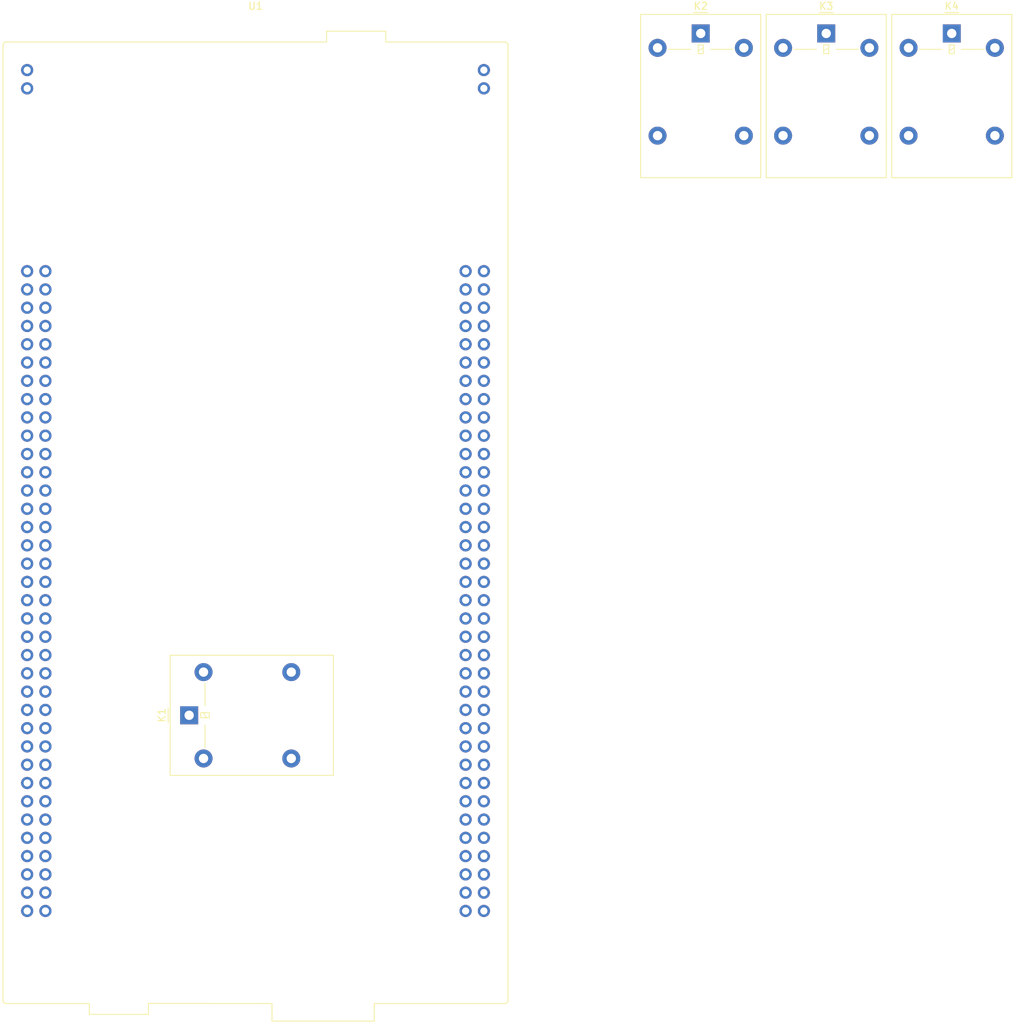
<source format=kicad_pcb>
(kicad_pcb (version 20171130) (host pcbnew 5.0-dev-unknown-322ce84~61~ubuntu16.04.1)

  (general
    (thickness 1.6)
    (drawings 0)
    (tracks 0)
    (zones 0)
    (modules 5)
    (nets 165)
  )

  (page A4)
  (layers
    (0 F.Cu signal)
    (31 B.Cu signal)
    (32 B.Adhes user)
    (33 F.Adhes user)
    (34 B.Paste user)
    (35 F.Paste user)
    (36 B.SilkS user)
    (37 F.SilkS user)
    (38 B.Mask user)
    (39 F.Mask user)
    (40 Dwgs.User user)
    (41 Cmts.User user)
    (42 Eco1.User user)
    (43 Eco2.User user)
    (44 Edge.Cuts user)
    (45 Margin user)
    (46 B.CrtYd user)
    (47 F.CrtYd user)
    (48 B.Fab user)
    (49 F.Fab user)
  )

  (setup
    (last_trace_width 0.25)
    (trace_clearance 0.2)
    (zone_clearance 0.508)
    (zone_45_only no)
    (trace_min 0.2)
    (segment_width 0.2)
    (edge_width 0.15)
    (via_size 0.8)
    (via_drill 0.4)
    (via_min_size 0.4)
    (via_min_drill 0.3)
    (uvia_size 0.3)
    (uvia_drill 0.1)
    (uvias_allowed no)
    (uvia_min_size 0.2)
    (uvia_min_drill 0.1)
    (pcb_text_width 0.3)
    (pcb_text_size 1.5 1.5)
    (mod_edge_width 0.15)
    (mod_text_size 1 1)
    (mod_text_width 0.15)
    (pad_size 1.524 1.524)
    (pad_drill 0.762)
    (pad_to_mask_clearance 0.2)
    (aux_axis_origin 0 0)
    (visible_elements FFFFFF7F)
    (pcbplotparams
      (layerselection 0x010fc_ffffffff)
      (usegerberextensions false)
      (usegerberattributes false)
      (usegerberadvancedattributes false)
      (creategerberjobfile false)
      (excludeedgelayer true)
      (linewidth 0.100000)
      (plotframeref false)
      (viasonmask false)
      (mode 1)
      (useauxorigin false)
      (hpglpennumber 1)
      (hpglpenspeed 20)
      (hpglpendiameter 15)
      (psnegative false)
      (psa4output false)
      (plotreference true)
      (plotvalue true)
      (plotinvisibletext false)
      (padsonsilk false)
      (subtractmaskfromsilk false)
      (outputformat 1)
      (mirror false)
      (drillshape 1)
      (scaleselection 1)
      (outputdirectory ""))
  )

  (net 0 "")
  (net 1 "Net-(K1-Pad5)")
  (net 2 "Net-(K1-Pad4)")
  (net 3 "Net-(K1-Pad3)")
  (net 4 "Net-(K1-Pad2)")
  (net 5 "Net-(K1-Pad1)")
  (net 6 "Net-(K2-Pad1)")
  (net 7 "Net-(K2-Pad2)")
  (net 8 "Net-(K2-Pad3)")
  (net 9 "Net-(K2-Pad4)")
  (net 10 "Net-(K2-Pad5)")
  (net 11 "Net-(K3-Pad1)")
  (net 12 "Net-(K3-Pad2)")
  (net 13 "Net-(K3-Pad3)")
  (net 14 "Net-(K3-Pad4)")
  (net 15 "Net-(K3-Pad5)")
  (net 16 "Net-(K4-Pad5)")
  (net 17 "Net-(K4-Pad4)")
  (net 18 "Net-(K4-Pad3)")
  (net 19 "Net-(K4-Pad2)")
  (net 20 "Net-(K4-Pad1)")
  (net 21 "Net-(U1-Pad1)")
  (net 22 "Net-(U1-Pad2)")
  (net 23 "Net-(U1-Pad3)")
  (net 24 "Net-(U1-Pad4)")
  (net 25 "Net-(U1-Pad5)")
  (net 26 "Net-(U1-Pad6)")
  (net 27 "Net-(U1-Pad7)")
  (net 28 "Net-(U1-Pad8)")
  (net 29 "Net-(U1-Pad9)")
  (net 30 "Net-(U1-Pad10)")
  (net 31 "Net-(U1-Pad11)")
  (net 32 "Net-(U1-Pad12)")
  (net 33 "Net-(U1-Pad13)")
  (net 34 "Net-(U1-Pad14)")
  (net 35 "Net-(U1-Pad15)")
  (net 36 "Net-(U1-Pad16)")
  (net 37 "Net-(U1-Pad17)")
  (net 38 "Net-(U1-Pad18)")
  (net 39 "Net-(U1-Pad19)")
  (net 40 "Net-(U1-Pad20)")
  (net 41 "Net-(U1-Pad21)")
  (net 42 "Net-(U1-Pad22)")
  (net 43 "Net-(U1-Pad23)")
  (net 44 "Net-(U1-Pad24)")
  (net 45 "Net-(U1-Pad25)")
  (net 46 "Net-(U1-Pad26)")
  (net 47 "Net-(U1-Pad27)")
  (net 48 "Net-(U1-Pad28)")
  (net 49 "Net-(U1-Pad29)")
  (net 50 "Net-(U1-Pad30)")
  (net 51 "Net-(U1-Pad31)")
  (net 52 "Net-(U1-Pad32)")
  (net 53 "Net-(U1-Pad33)")
  (net 54 "Net-(U1-Pad34)")
  (net 55 "Net-(U1-Pad35)")
  (net 56 "Net-(U1-Pad36)")
  (net 57 "Net-(U1-Pad37)")
  (net 58 "Net-(U1-Pad38)")
  (net 59 "Net-(U1-Pad39)")
  (net 60 "Net-(U1-Pad40)")
  (net 61 "Net-(U1-Pad41)")
  (net 62 "Net-(U1-Pad42)")
  (net 63 "Net-(U1-Pad43)")
  (net 64 "Net-(U1-Pad44)")
  (net 65 "Net-(U1-Pad45)")
  (net 66 "Net-(U1-Pad46)")
  (net 67 "Net-(U1-Pad47)")
  (net 68 "Net-(U1-Pad48)")
  (net 69 "Net-(U1-Pad49)")
  (net 70 "Net-(U1-Pad50)")
  (net 71 "Net-(U1-Pad51)")
  (net 72 "Net-(U1-Pad52)")
  (net 73 "Net-(U1-Pad53)")
  (net 74 "Net-(U1-Pad54)")
  (net 75 "Net-(U1-Pad55)")
  (net 76 "Net-(U1-Pad56)")
  (net 77 "Net-(U1-Pad57)")
  (net 78 "Net-(U1-Pad58)")
  (net 79 "Net-(U1-Pad59)")
  (net 80 "Net-(U1-Pad60)")
  (net 81 "Net-(U1-Pad61)")
  (net 82 "Net-(U1-Pad62)")
  (net 83 "Net-(U1-Pad63)")
  (net 84 "Net-(U1-Pad64)")
  (net 85 "Net-(U1-Pad65)")
  (net 86 "Net-(U1-Pad66)")
  (net 87 "Net-(U1-Pad67)")
  (net 88 "Net-(U1-Pad68)")
  (net 89 "Net-(U1-Pad69)")
  (net 90 "Net-(U1-Pad70)")
  (net 91 "Net-(U1-Pad71)")
  (net 92 "Net-(U1-Pad72)")
  (net 93 "Net-(U1-Pad73)")
  (net 94 "Net-(U1-Pad74)")
  (net 95 "Net-(U1-Pad75)")
  (net 96 "Net-(U1-Pad76)")
  (net 97 "Net-(U1-Pad77)")
  (net 98 "Net-(U1-Pad78)")
  (net 99 "Net-(U1-Pad79)")
  (net 100 "Net-(U1-Pad80)")
  (net 101 "Net-(U1-Pad81)")
  (net 102 "Net-(U1-Pad82)")
  (net 103 "Net-(U1-Pad83)")
  (net 104 "Net-(U1-Pad84)")
  (net 105 "Net-(U1-Pad85)")
  (net 106 "Net-(U1-Pad86)")
  (net 107 "Net-(U1-Pad87)")
  (net 108 "Net-(U1-Pad88)")
  (net 109 "Net-(U1-Pad89)")
  (net 110 "Net-(U1-Pad90)")
  (net 111 "Net-(U1-Pad91)")
  (net 112 "Net-(U1-Pad92)")
  (net 113 "Net-(U1-Pad93)")
  (net 114 "Net-(U1-Pad94)")
  (net 115 "Net-(U1-Pad95)")
  (net 116 "Net-(U1-Pad96)")
  (net 117 "Net-(U1-Pad97)")
  (net 118 "Net-(U1-Pad98)")
  (net 119 "Net-(U1-Pad99)")
  (net 120 "Net-(U1-Pad100)")
  (net 121 "Net-(U1-Pad101)")
  (net 122 "Net-(U1-Pad102)")
  (net 123 "Net-(U1-Pad103)")
  (net 124 "Net-(U1-Pad104)")
  (net 125 "Net-(U1-Pad105)")
  (net 126 "Net-(U1-Pad106)")
  (net 127 "Net-(U1-Pad107)")
  (net 128 "Net-(U1-Pad108)")
  (net 129 "Net-(U1-Pad109)")
  (net 130 "Net-(U1-Pad110)")
  (net 131 "Net-(U1-Pad111)")
  (net 132 "Net-(U1-Pad112)")
  (net 133 "Net-(U1-Pad113)")
  (net 134 "Net-(U1-Pad114)")
  (net 135 "Net-(U1-Pad115)")
  (net 136 "Net-(U1-Pad116)")
  (net 137 "Net-(U1-Pad117)")
  (net 138 "Net-(U1-Pad118)")
  (net 139 "Net-(U1-Pad119)")
  (net 140 "Net-(U1-Pad120)")
  (net 141 "Net-(U1-Pad121)")
  (net 142 "Net-(U1-Pad122)")
  (net 143 "Net-(U1-Pad123)")
  (net 144 "Net-(U1-Pad124)")
  (net 145 "Net-(U1-Pad125)")
  (net 146 "Net-(U1-Pad126)")
  (net 147 "Net-(U1-Pad127)")
  (net 148 "Net-(U1-Pad128)")
  (net 149 "Net-(U1-Pad129)")
  (net 150 "Net-(U1-Pad130)")
  (net 151 "Net-(U1-Pad131)")
  (net 152 "Net-(U1-Pad132)")
  (net 153 "Net-(U1-Pad133)")
  (net 154 "Net-(U1-Pad134)")
  (net 155 "Net-(U1-Pad135)")
  (net 156 "Net-(U1-Pad136)")
  (net 157 "Net-(U1-Pad137)")
  (net 158 "Net-(U1-Pad138)")
  (net 159 "Net-(U1-Pad139)")
  (net 160 "Net-(U1-Pad140)")
  (net 161 "Net-(U1-Pad141)")
  (net 162 "Net-(U1-Pad142)")
  (net 163 "Net-(U1-Pad143)")
  (net 164 "Net-(U1-Pad144)")

  (net_class Default "This is the default net class."
    (clearance 0.2)
    (trace_width 0.25)
    (via_dia 0.8)
    (via_drill 0.4)
    (uvia_dia 0.3)
    (uvia_drill 0.1)
    (add_net "Net-(K1-Pad1)")
    (add_net "Net-(K1-Pad2)")
    (add_net "Net-(K1-Pad3)")
    (add_net "Net-(K1-Pad4)")
    (add_net "Net-(K1-Pad5)")
    (add_net "Net-(K2-Pad1)")
    (add_net "Net-(K2-Pad2)")
    (add_net "Net-(K2-Pad3)")
    (add_net "Net-(K2-Pad4)")
    (add_net "Net-(K2-Pad5)")
    (add_net "Net-(K3-Pad1)")
    (add_net "Net-(K3-Pad2)")
    (add_net "Net-(K3-Pad3)")
    (add_net "Net-(K3-Pad4)")
    (add_net "Net-(K3-Pad5)")
    (add_net "Net-(K4-Pad1)")
    (add_net "Net-(K4-Pad2)")
    (add_net "Net-(K4-Pad3)")
    (add_net "Net-(K4-Pad4)")
    (add_net "Net-(K4-Pad5)")
    (add_net "Net-(U1-Pad1)")
    (add_net "Net-(U1-Pad10)")
    (add_net "Net-(U1-Pad100)")
    (add_net "Net-(U1-Pad101)")
    (add_net "Net-(U1-Pad102)")
    (add_net "Net-(U1-Pad103)")
    (add_net "Net-(U1-Pad104)")
    (add_net "Net-(U1-Pad105)")
    (add_net "Net-(U1-Pad106)")
    (add_net "Net-(U1-Pad107)")
    (add_net "Net-(U1-Pad108)")
    (add_net "Net-(U1-Pad109)")
    (add_net "Net-(U1-Pad11)")
    (add_net "Net-(U1-Pad110)")
    (add_net "Net-(U1-Pad111)")
    (add_net "Net-(U1-Pad112)")
    (add_net "Net-(U1-Pad113)")
    (add_net "Net-(U1-Pad114)")
    (add_net "Net-(U1-Pad115)")
    (add_net "Net-(U1-Pad116)")
    (add_net "Net-(U1-Pad117)")
    (add_net "Net-(U1-Pad118)")
    (add_net "Net-(U1-Pad119)")
    (add_net "Net-(U1-Pad12)")
    (add_net "Net-(U1-Pad120)")
    (add_net "Net-(U1-Pad121)")
    (add_net "Net-(U1-Pad122)")
    (add_net "Net-(U1-Pad123)")
    (add_net "Net-(U1-Pad124)")
    (add_net "Net-(U1-Pad125)")
    (add_net "Net-(U1-Pad126)")
    (add_net "Net-(U1-Pad127)")
    (add_net "Net-(U1-Pad128)")
    (add_net "Net-(U1-Pad129)")
    (add_net "Net-(U1-Pad13)")
    (add_net "Net-(U1-Pad130)")
    (add_net "Net-(U1-Pad131)")
    (add_net "Net-(U1-Pad132)")
    (add_net "Net-(U1-Pad133)")
    (add_net "Net-(U1-Pad134)")
    (add_net "Net-(U1-Pad135)")
    (add_net "Net-(U1-Pad136)")
    (add_net "Net-(U1-Pad137)")
    (add_net "Net-(U1-Pad138)")
    (add_net "Net-(U1-Pad139)")
    (add_net "Net-(U1-Pad14)")
    (add_net "Net-(U1-Pad140)")
    (add_net "Net-(U1-Pad141)")
    (add_net "Net-(U1-Pad142)")
    (add_net "Net-(U1-Pad143)")
    (add_net "Net-(U1-Pad144)")
    (add_net "Net-(U1-Pad15)")
    (add_net "Net-(U1-Pad16)")
    (add_net "Net-(U1-Pad17)")
    (add_net "Net-(U1-Pad18)")
    (add_net "Net-(U1-Pad19)")
    (add_net "Net-(U1-Pad2)")
    (add_net "Net-(U1-Pad20)")
    (add_net "Net-(U1-Pad21)")
    (add_net "Net-(U1-Pad22)")
    (add_net "Net-(U1-Pad23)")
    (add_net "Net-(U1-Pad24)")
    (add_net "Net-(U1-Pad25)")
    (add_net "Net-(U1-Pad26)")
    (add_net "Net-(U1-Pad27)")
    (add_net "Net-(U1-Pad28)")
    (add_net "Net-(U1-Pad29)")
    (add_net "Net-(U1-Pad3)")
    (add_net "Net-(U1-Pad30)")
    (add_net "Net-(U1-Pad31)")
    (add_net "Net-(U1-Pad32)")
    (add_net "Net-(U1-Pad33)")
    (add_net "Net-(U1-Pad34)")
    (add_net "Net-(U1-Pad35)")
    (add_net "Net-(U1-Pad36)")
    (add_net "Net-(U1-Pad37)")
    (add_net "Net-(U1-Pad38)")
    (add_net "Net-(U1-Pad39)")
    (add_net "Net-(U1-Pad4)")
    (add_net "Net-(U1-Pad40)")
    (add_net "Net-(U1-Pad41)")
    (add_net "Net-(U1-Pad42)")
    (add_net "Net-(U1-Pad43)")
    (add_net "Net-(U1-Pad44)")
    (add_net "Net-(U1-Pad45)")
    (add_net "Net-(U1-Pad46)")
    (add_net "Net-(U1-Pad47)")
    (add_net "Net-(U1-Pad48)")
    (add_net "Net-(U1-Pad49)")
    (add_net "Net-(U1-Pad5)")
    (add_net "Net-(U1-Pad50)")
    (add_net "Net-(U1-Pad51)")
    (add_net "Net-(U1-Pad52)")
    (add_net "Net-(U1-Pad53)")
    (add_net "Net-(U1-Pad54)")
    (add_net "Net-(U1-Pad55)")
    (add_net "Net-(U1-Pad56)")
    (add_net "Net-(U1-Pad57)")
    (add_net "Net-(U1-Pad58)")
    (add_net "Net-(U1-Pad59)")
    (add_net "Net-(U1-Pad6)")
    (add_net "Net-(U1-Pad60)")
    (add_net "Net-(U1-Pad61)")
    (add_net "Net-(U1-Pad62)")
    (add_net "Net-(U1-Pad63)")
    (add_net "Net-(U1-Pad64)")
    (add_net "Net-(U1-Pad65)")
    (add_net "Net-(U1-Pad66)")
    (add_net "Net-(U1-Pad67)")
    (add_net "Net-(U1-Pad68)")
    (add_net "Net-(U1-Pad69)")
    (add_net "Net-(U1-Pad7)")
    (add_net "Net-(U1-Pad70)")
    (add_net "Net-(U1-Pad71)")
    (add_net "Net-(U1-Pad72)")
    (add_net "Net-(U1-Pad73)")
    (add_net "Net-(U1-Pad74)")
    (add_net "Net-(U1-Pad75)")
    (add_net "Net-(U1-Pad76)")
    (add_net "Net-(U1-Pad77)")
    (add_net "Net-(U1-Pad78)")
    (add_net "Net-(U1-Pad79)")
    (add_net "Net-(U1-Pad8)")
    (add_net "Net-(U1-Pad80)")
    (add_net "Net-(U1-Pad81)")
    (add_net "Net-(U1-Pad82)")
    (add_net "Net-(U1-Pad83)")
    (add_net "Net-(U1-Pad84)")
    (add_net "Net-(U1-Pad85)")
    (add_net "Net-(U1-Pad86)")
    (add_net "Net-(U1-Pad87)")
    (add_net "Net-(U1-Pad88)")
    (add_net "Net-(U1-Pad89)")
    (add_net "Net-(U1-Pad9)")
    (add_net "Net-(U1-Pad90)")
    (add_net "Net-(U1-Pad91)")
    (add_net "Net-(U1-Pad92)")
    (add_net "Net-(U1-Pad93)")
    (add_net "Net-(U1-Pad94)")
    (add_net "Net-(U1-Pad95)")
    (add_net "Net-(U1-Pad96)")
    (add_net "Net-(U1-Pad97)")
    (add_net "Net-(U1-Pad98)")
    (add_net "Net-(U1-Pad99)")
  )

  (module Relay_THT:Relay_SPDT_OMRON-G5LE-1 (layer F.Cu) (tedit 59A98DAB) (tstamp 5A9611C3)
    (at 26.5 99.5 90)
    (descr "Omron Relay SPDT, http://www.omron.com/ecb/products/pdf/en-g5le.pdf")
    (tags "Omron Relay SPDT")
    (path /5A89EED7)
    (fp_text reference K1 (at 0 -3.8 90) (layer F.SilkS)
      (effects (font (size 1 1) (thickness 0.15)))
    )
    (fp_text value G5LE-1 (at 0 20.95 90) (layer F.Fab)
      (effects (font (size 1 1) (thickness 0.15)))
    )
    (fp_text user %R (at -7.5 4 90) (layer F.Fab)
      (effects (font (size 1 1) (thickness 0.15)))
    )
    (fp_line (start -8.5 20.2) (end 8.5 20.2) (layer F.CrtYd) (width 0.05))
    (fp_line (start -8.5 -2.8) (end -8.5 20.2) (layer F.CrtYd) (width 0.05))
    (fp_line (start 8.5 -2.8) (end -8.5 -2.8) (layer F.CrtYd) (width 0.05))
    (fp_line (start 8.5 20.2) (end 8.5 -2.8) (layer F.CrtYd) (width 0.05))
    (fp_line (start 1.35 2.2) (end 4.5 2.2) (layer F.SilkS) (width 0.12))
    (fp_line (start -4.5 2.2) (end -1.35 2.2) (layer F.SilkS) (width 0.12))
    (fp_line (start -1 -2.91) (end 1 -2.91) (layer F.SilkS) (width 0.12))
    (fp_line (start -0.35 2.8) (end 0.35 2.8) (layer F.SilkS) (width 0.12))
    (fp_line (start -0.35 1.6) (end -0.35 2.8) (layer F.SilkS) (width 0.12))
    (fp_line (start 0.35 1.6) (end -0.35 1.6) (layer F.SilkS) (width 0.12))
    (fp_line (start 0.35 2.8) (end 0.35 1.6) (layer F.SilkS) (width 0.12))
    (fp_line (start -0.35 2.4) (end 0.35 2) (layer F.SilkS) (width 0.12))
    (fp_line (start -8.35 20.05) (end 8.35 20.05) (layer F.SilkS) (width 0.12))
    (fp_line (start -8.35 -2.65) (end -8.35 20.05) (layer F.SilkS) (width 0.12))
    (fp_line (start 8.35 -2.65) (end -8.35 -2.65) (layer F.SilkS) (width 0.12))
    (fp_line (start 8.35 20.05) (end 8.35 -2.65) (layer F.SilkS) (width 0.12))
    (fp_line (start -4.5 2) (end 4.5 2) (layer F.Fab) (width 0.1))
    (fp_line (start -1 -2.55) (end 0 -1.55) (layer F.Fab) (width 0.1))
    (fp_line (start -8.25 -2.55) (end -1 -2.55) (layer F.Fab) (width 0.1))
    (fp_line (start -8.25 19.95) (end -8.25 -2.55) (layer F.Fab) (width 0.1))
    (fp_line (start 8.25 19.95) (end -8.25 19.95) (layer F.Fab) (width 0.1))
    (fp_line (start 8.25 -2.55) (end 8.25 19.95) (layer F.Fab) (width 0.1))
    (fp_line (start 1 -2.55) (end 8.25 -2.55) (layer F.Fab) (width 0.1))
    (fp_line (start 0 -1.55) (end 1 -2.55) (layer F.Fab) (width 0.1))
    (pad 5 thru_hole oval (at 6 2 90) (size 2.5 2.5) (drill 1.3) (layers *.Cu *.Mask)
      (net 1 "Net-(K1-Pad5)"))
    (pad 4 thru_hole oval (at 6 14.2 90) (size 2.5 2.5) (drill 1.3) (layers *.Cu *.Mask)
      (net 2 "Net-(K1-Pad4)"))
    (pad 3 thru_hole oval (at -6 14.2 90) (size 2.5 2.5) (drill 1.3) (layers *.Cu *.Mask)
      (net 3 "Net-(K1-Pad3)"))
    (pad 2 thru_hole oval (at -6 2 90) (size 2.5 2.5) (drill 1.3) (layers *.Cu *.Mask)
      (net 4 "Net-(K1-Pad2)"))
    (pad 1 thru_hole rect (at 0 0 90) (size 2.5 2.5) (drill 1.3) (layers *.Cu *.Mask)
      (net 5 "Net-(K1-Pad1)"))
    (model ${KISYS3DMOD}/Relay_THT.3dshapes/Relay_SPDT_OMRON-G5LE-1.wrl
      (at (xyz 0 0 0))
      (scale (xyz 1 1 1))
      (rotate (xyz 0 0 0))
    )
  )

  (module Relay_THT:Relay_SPDT_OMRON-G5LE-1 (layer F.Cu) (tedit 59A98DAB) (tstamp 5A9612EC)
    (at 97.625001 4.7575)
    (descr "Omron Relay SPDT, http://www.omron.com/ecb/products/pdf/en-g5le.pdf")
    (tags "Omron Relay SPDT")
    (path /5A89EE99)
    (fp_text reference K2 (at 0 -3.8) (layer F.SilkS)
      (effects (font (size 1 1) (thickness 0.15)))
    )
    (fp_text value G5LE-1 (at 0 20.95) (layer F.Fab)
      (effects (font (size 1 1) (thickness 0.15)))
    )
    (fp_line (start 0 -1.55) (end 1 -2.55) (layer F.Fab) (width 0.1))
    (fp_line (start 1 -2.55) (end 8.25 -2.55) (layer F.Fab) (width 0.1))
    (fp_line (start 8.25 -2.55) (end 8.25 19.95) (layer F.Fab) (width 0.1))
    (fp_line (start 8.25 19.95) (end -8.25 19.95) (layer F.Fab) (width 0.1))
    (fp_line (start -8.25 19.95) (end -8.25 -2.55) (layer F.Fab) (width 0.1))
    (fp_line (start -8.25 -2.55) (end -1 -2.55) (layer F.Fab) (width 0.1))
    (fp_line (start -1 -2.55) (end 0 -1.55) (layer F.Fab) (width 0.1))
    (fp_line (start -4.5 2) (end 4.5 2) (layer F.Fab) (width 0.1))
    (fp_line (start 8.35 20.05) (end 8.35 -2.65) (layer F.SilkS) (width 0.12))
    (fp_line (start 8.35 -2.65) (end -8.35 -2.65) (layer F.SilkS) (width 0.12))
    (fp_line (start -8.35 -2.65) (end -8.35 20.05) (layer F.SilkS) (width 0.12))
    (fp_line (start -8.35 20.05) (end 8.35 20.05) (layer F.SilkS) (width 0.12))
    (fp_line (start -0.35 2.4) (end 0.35 2) (layer F.SilkS) (width 0.12))
    (fp_line (start 0.35 2.8) (end 0.35 1.6) (layer F.SilkS) (width 0.12))
    (fp_line (start 0.35 1.6) (end -0.35 1.6) (layer F.SilkS) (width 0.12))
    (fp_line (start -0.35 1.6) (end -0.35 2.8) (layer F.SilkS) (width 0.12))
    (fp_line (start -0.35 2.8) (end 0.35 2.8) (layer F.SilkS) (width 0.12))
    (fp_line (start -1 -2.91) (end 1 -2.91) (layer F.SilkS) (width 0.12))
    (fp_line (start -4.5 2.2) (end -1.35 2.2) (layer F.SilkS) (width 0.12))
    (fp_line (start 1.35 2.2) (end 4.5 2.2) (layer F.SilkS) (width 0.12))
    (fp_line (start 8.5 20.2) (end 8.5 -2.8) (layer F.CrtYd) (width 0.05))
    (fp_line (start 8.5 -2.8) (end -8.5 -2.8) (layer F.CrtYd) (width 0.05))
    (fp_line (start -8.5 -2.8) (end -8.5 20.2) (layer F.CrtYd) (width 0.05))
    (fp_line (start -8.5 20.2) (end 8.5 20.2) (layer F.CrtYd) (width 0.05))
    (fp_text user %R (at 0 8.7) (layer F.Fab)
      (effects (font (size 1 1) (thickness 0.15)))
    )
    (pad 1 thru_hole rect (at 0 0) (size 2.5 2.5) (drill 1.3) (layers *.Cu *.Mask)
      (net 6 "Net-(K2-Pad1)"))
    (pad 2 thru_hole oval (at -6 2) (size 2.5 2.5) (drill 1.3) (layers *.Cu *.Mask)
      (net 7 "Net-(K2-Pad2)"))
    (pad 3 thru_hole oval (at -6 14.2) (size 2.5 2.5) (drill 1.3) (layers *.Cu *.Mask)
      (net 8 "Net-(K2-Pad3)"))
    (pad 4 thru_hole oval (at 6 14.2) (size 2.5 2.5) (drill 1.3) (layers *.Cu *.Mask)
      (net 9 "Net-(K2-Pad4)"))
    (pad 5 thru_hole oval (at 6 2) (size 2.5 2.5) (drill 1.3) (layers *.Cu *.Mask)
      (net 10 "Net-(K2-Pad5)"))
    (model ${KISYS3DMOD}/Relay_THT.3dshapes/Relay_SPDT_OMRON-G5LE-1.wrl
      (at (xyz 0 0 0))
      (scale (xyz 1 1 1))
      (rotate (xyz 0 0 0))
    )
  )

  (module Relay_THT:Relay_SPDT_OMRON-G5LE-1 (layer F.Cu) (tedit 59A98DAB) (tstamp 5A961289)
    (at 115.075001 4.7575)
    (descr "Omron Relay SPDT, http://www.omron.com/ecb/products/pdf/en-g5le.pdf")
    (tags "Omron Relay SPDT")
    (path /5A89EFDA)
    (fp_text reference K3 (at 0 -3.8) (layer F.SilkS)
      (effects (font (size 1 1) (thickness 0.15)))
    )
    (fp_text value G5LE-1 (at 0 20.95) (layer F.Fab)
      (effects (font (size 1 1) (thickness 0.15)))
    )
    (fp_line (start 0 -1.55) (end 1 -2.55) (layer F.Fab) (width 0.1))
    (fp_line (start 1 -2.55) (end 8.25 -2.55) (layer F.Fab) (width 0.1))
    (fp_line (start 8.25 -2.55) (end 8.25 19.95) (layer F.Fab) (width 0.1))
    (fp_line (start 8.25 19.95) (end -8.25 19.95) (layer F.Fab) (width 0.1))
    (fp_line (start -8.25 19.95) (end -8.25 -2.55) (layer F.Fab) (width 0.1))
    (fp_line (start -8.25 -2.55) (end -1 -2.55) (layer F.Fab) (width 0.1))
    (fp_line (start -1 -2.55) (end 0 -1.55) (layer F.Fab) (width 0.1))
    (fp_line (start -4.5 2) (end 4.5 2) (layer F.Fab) (width 0.1))
    (fp_line (start 8.35 20.05) (end 8.35 -2.65) (layer F.SilkS) (width 0.12))
    (fp_line (start 8.35 -2.65) (end -8.35 -2.65) (layer F.SilkS) (width 0.12))
    (fp_line (start -8.35 -2.65) (end -8.35 20.05) (layer F.SilkS) (width 0.12))
    (fp_line (start -8.35 20.05) (end 8.35 20.05) (layer F.SilkS) (width 0.12))
    (fp_line (start -0.35 2.4) (end 0.35 2) (layer F.SilkS) (width 0.12))
    (fp_line (start 0.35 2.8) (end 0.35 1.6) (layer F.SilkS) (width 0.12))
    (fp_line (start 0.35 1.6) (end -0.35 1.6) (layer F.SilkS) (width 0.12))
    (fp_line (start -0.35 1.6) (end -0.35 2.8) (layer F.SilkS) (width 0.12))
    (fp_line (start -0.35 2.8) (end 0.35 2.8) (layer F.SilkS) (width 0.12))
    (fp_line (start -1 -2.91) (end 1 -2.91) (layer F.SilkS) (width 0.12))
    (fp_line (start -4.5 2.2) (end -1.35 2.2) (layer F.SilkS) (width 0.12))
    (fp_line (start 1.35 2.2) (end 4.5 2.2) (layer F.SilkS) (width 0.12))
    (fp_line (start 8.5 20.2) (end 8.5 -2.8) (layer F.CrtYd) (width 0.05))
    (fp_line (start 8.5 -2.8) (end -8.5 -2.8) (layer F.CrtYd) (width 0.05))
    (fp_line (start -8.5 -2.8) (end -8.5 20.2) (layer F.CrtYd) (width 0.05))
    (fp_line (start -8.5 20.2) (end 8.5 20.2) (layer F.CrtYd) (width 0.05))
    (fp_text user %R (at 0 8.7) (layer F.Fab)
      (effects (font (size 1 1) (thickness 0.15)))
    )
    (pad 1 thru_hole rect (at 0 0) (size 2.5 2.5) (drill 1.3) (layers *.Cu *.Mask)
      (net 11 "Net-(K3-Pad1)"))
    (pad 2 thru_hole oval (at -6 2) (size 2.5 2.5) (drill 1.3) (layers *.Cu *.Mask)
      (net 12 "Net-(K3-Pad2)"))
    (pad 3 thru_hole oval (at -6 14.2) (size 2.5 2.5) (drill 1.3) (layers *.Cu *.Mask)
      (net 13 "Net-(K3-Pad3)"))
    (pad 4 thru_hole oval (at 6 14.2) (size 2.5 2.5) (drill 1.3) (layers *.Cu *.Mask)
      (net 14 "Net-(K3-Pad4)"))
    (pad 5 thru_hole oval (at 6 2) (size 2.5 2.5) (drill 1.3) (layers *.Cu *.Mask)
      (net 15 "Net-(K3-Pad5)"))
    (model ${KISYS3DMOD}/Relay_THT.3dshapes/Relay_SPDT_OMRON-G5LE-1.wrl
      (at (xyz 0 0 0))
      (scale (xyz 1 1 1))
      (rotate (xyz 0 0 0))
    )
  )

  (module Relay_THT:Relay_SPDT_OMRON-G5LE-1 (layer F.Cu) (tedit 59A98DAB) (tstamp 5A961226)
    (at 132.525001 4.7575)
    (descr "Omron Relay SPDT, http://www.omron.com/ecb/products/pdf/en-g5le.pdf")
    (tags "Omron Relay SPDT")
    (path /5A89F08C)
    (fp_text reference K4 (at 0 -3.8) (layer F.SilkS)
      (effects (font (size 1 1) (thickness 0.15)))
    )
    (fp_text value G5LE-1 (at 0 20.95) (layer F.Fab)
      (effects (font (size 1 1) (thickness 0.15)))
    )
    (fp_text user %R (at 0 8.7) (layer F.Fab)
      (effects (font (size 1 1) (thickness 0.15)))
    )
    (fp_line (start -8.5 20.2) (end 8.5 20.2) (layer F.CrtYd) (width 0.05))
    (fp_line (start -8.5 -2.8) (end -8.5 20.2) (layer F.CrtYd) (width 0.05))
    (fp_line (start 8.5 -2.8) (end -8.5 -2.8) (layer F.CrtYd) (width 0.05))
    (fp_line (start 8.5 20.2) (end 8.5 -2.8) (layer F.CrtYd) (width 0.05))
    (fp_line (start 1.35 2.2) (end 4.5 2.2) (layer F.SilkS) (width 0.12))
    (fp_line (start -4.5 2.2) (end -1.35 2.2) (layer F.SilkS) (width 0.12))
    (fp_line (start -1 -2.91) (end 1 -2.91) (layer F.SilkS) (width 0.12))
    (fp_line (start -0.35 2.8) (end 0.35 2.8) (layer F.SilkS) (width 0.12))
    (fp_line (start -0.35 1.6) (end -0.35 2.8) (layer F.SilkS) (width 0.12))
    (fp_line (start 0.35 1.6) (end -0.35 1.6) (layer F.SilkS) (width 0.12))
    (fp_line (start 0.35 2.8) (end 0.35 1.6) (layer F.SilkS) (width 0.12))
    (fp_line (start -0.35 2.4) (end 0.35 2) (layer F.SilkS) (width 0.12))
    (fp_line (start -8.35 20.05) (end 8.35 20.05) (layer F.SilkS) (width 0.12))
    (fp_line (start -8.35 -2.65) (end -8.35 20.05) (layer F.SilkS) (width 0.12))
    (fp_line (start 8.35 -2.65) (end -8.35 -2.65) (layer F.SilkS) (width 0.12))
    (fp_line (start 8.35 20.05) (end 8.35 -2.65) (layer F.SilkS) (width 0.12))
    (fp_line (start -4.5 2) (end 4.5 2) (layer F.Fab) (width 0.1))
    (fp_line (start -1 -2.55) (end 0 -1.55) (layer F.Fab) (width 0.1))
    (fp_line (start -8.25 -2.55) (end -1 -2.55) (layer F.Fab) (width 0.1))
    (fp_line (start -8.25 19.95) (end -8.25 -2.55) (layer F.Fab) (width 0.1))
    (fp_line (start 8.25 19.95) (end -8.25 19.95) (layer F.Fab) (width 0.1))
    (fp_line (start 8.25 -2.55) (end 8.25 19.95) (layer F.Fab) (width 0.1))
    (fp_line (start 1 -2.55) (end 8.25 -2.55) (layer F.Fab) (width 0.1))
    (fp_line (start 0 -1.55) (end 1 -2.55) (layer F.Fab) (width 0.1))
    (pad 5 thru_hole oval (at 6 2) (size 2.5 2.5) (drill 1.3) (layers *.Cu *.Mask)
      (net 16 "Net-(K4-Pad5)"))
    (pad 4 thru_hole oval (at 6 14.2) (size 2.5 2.5) (drill 1.3) (layers *.Cu *.Mask)
      (net 17 "Net-(K4-Pad4)"))
    (pad 3 thru_hole oval (at -6 14.2) (size 2.5 2.5) (drill 1.3) (layers *.Cu *.Mask)
      (net 18 "Net-(K4-Pad3)"))
    (pad 2 thru_hole oval (at -6 2) (size 2.5 2.5) (drill 1.3) (layers *.Cu *.Mask)
      (net 19 "Net-(K4-Pad2)"))
    (pad 1 thru_hole rect (at 0 0) (size 2.5 2.5) (drill 1.3) (layers *.Cu *.Mask)
      (net 20 "Net-(K4-Pad1)"))
    (model ${KISYS3DMOD}/Relay_THT.3dshapes/Relay_SPDT_OMRON-G5LE-1.wrl
      (at (xyz 0 0 0))
      (scale (xyz 1 1 1))
      (rotate (xyz 0 0 0))
    )
  )

  (module Module:ST_Morpho_Connector_144_STLink (layer F.Cu) (tedit 58EF3ED3) (tstamp 5A961002)
    (at 3.975001 37.7875)
    (descr "ST Morpho Connector 144 With STLink")
    (tags "ST Morpho Connector 144 STLink")
    (path /5A89E0A2)
    (fp_text reference U1 (at 31.75 -36.83) (layer F.SilkS)
      (effects (font (size 1 1) (thickness 0.15)))
    )
    (fp_text value NUCLEO144-F429ZI (at 31.75 -35.56) (layer F.Fab)
      (effects (font (size 1 1) (thickness 0.15)))
    )
    (fp_text user %R (at 31.75 34.96) (layer F.Fab)
      (effects (font (size 1 1) (thickness 0.15)))
    )
    (fp_line (start 66.45 101.66) (end -2.95 101.66) (layer F.Fab) (width 0.1))
    (fp_line (start -3.25 101.36) (end -3.25 -31.44) (layer F.Fab) (width 0.1))
    (fp_line (start 66.75 101.36) (end 66.75 -31.44) (layer F.Fab) (width 0.1))
    (fp_line (start 66.45 -31.74) (end -2.95 -31.74) (layer F.Fab) (width 0.1))
    (fp_line (start 48.26 101.76) (end 66.45 101.76) (layer F.SilkS) (width 0.12))
    (fp_line (start 66.85 101.36) (end 66.85 -31.44) (layer F.SilkS) (width 0.12))
    (fp_line (start 41.64 -31.84) (end -2.95 -31.84) (layer F.SilkS) (width 0.12))
    (fp_line (start -3.35 -31.44) (end -3.35 101.36) (layer F.SilkS) (width 0.12))
    (fp_line (start 50.25 -32.24) (end 67.25 -32.24) (layer F.CrtYd) (width 0.05))
    (fp_line (start -3.75 -32.24) (end -3.75 102.16) (layer F.CrtYd) (width 0.05))
    (fp_line (start 67.25 102.16) (end 67.25 -32.24) (layer F.CrtYd) (width 0.05))
    (fp_line (start 67.25 102.16) (end 48.65 102.16) (layer F.CrtYd) (width 0.05))
    (fp_line (start 34.15 104.1) (end 48.15 104.1) (layer F.Fab) (width 0.12))
    (fp_line (start 34.15 92.1) (end 48.15 92.1) (layer F.Fab) (width 0.12))
    (fp_line (start 48.26 101.76) (end 48.26 104.21) (layer F.SilkS) (width 0.12))
    (fp_line (start 48.26 104.21) (end 34.04 104.21) (layer F.SilkS) (width 0.12))
    (fp_line (start 34.04 104.21) (end 34.04 101.76) (layer F.SilkS) (width 0.12))
    (fp_line (start 8.64 101.76) (end -2.95 101.76) (layer F.SilkS) (width 0.12))
    (fp_line (start 34.15 104.1) (end 34.15 92.1) (layer F.Fab) (width 0.12))
    (fp_line (start 48.15 104.1) (end 48.15 92.1) (layer F.Fab) (width 0.12))
    (fp_line (start 48.65 102.16) (end 48.65 104.6) (layer F.CrtYd) (width 0.05))
    (fp_line (start 33.66 104.6) (end 48.65 104.6) (layer F.CrtYd) (width 0.05))
    (fp_line (start 33.66 104.6) (end 33.66 102.16) (layer F.CrtYd) (width 0.05))
    (fp_line (start -3.75 102.16) (end 8.25 102.16) (layer F.CrtYd) (width 0.05))
    (fp_line (start 41.75 -27.74) (end 49.75 -27.74) (layer F.Fab) (width 0.12))
    (fp_line (start 41.75 -33.24) (end 49.75 -33.24) (layer F.Fab) (width 0.12))
    (fp_line (start 49.75 -33.24) (end 49.75 -27.74) (layer F.Fab) (width 0.12))
    (fp_line (start 16.75 97.66) (end 16.75 103.16) (layer F.Fab) (width 0.12))
    (fp_line (start 8.75 103.16) (end 16.75 103.16) (layer F.Fab) (width 0.12))
    (fp_line (start 8.75 97.66) (end 16.75 97.66) (layer F.Fab) (width 0.12))
    (fp_line (start 8.75 103.16) (end 8.75 97.65) (layer F.Fab) (width 0.12))
    (fp_line (start 34.04 101.76) (end 16.86 101.75) (layer F.SilkS) (width 0.12))
    (fp_line (start 8.64 101.76) (end 8.64 103.27) (layer F.SilkS) (width 0.12))
    (fp_line (start 8.64 103.27) (end 16.86 103.27) (layer F.SilkS) (width 0.12))
    (fp_line (start 16.86 103.27) (end 16.86 101.75) (layer F.SilkS) (width 0.12))
    (fp_line (start 41.64 -31.84) (end 41.64 -33.35) (layer F.SilkS) (width 0.12))
    (fp_line (start 41.64 -33.35) (end 49.86 -33.35) (layer F.SilkS) (width 0.12))
    (fp_line (start 49.86 -33.35) (end 49.86 -31.84) (layer F.SilkS) (width 0.12))
    (fp_line (start 49.86 -31.84) (end 66.45 -31.84) (layer F.SilkS) (width 0.12))
    (fp_line (start 41.75 -27.74) (end 41.75 -33.24) (layer F.Fab) (width 0.12))
    (fp_line (start 8.25 103.67) (end 17.25 103.67) (layer F.CrtYd) (width 0.05))
    (fp_line (start 17.25 102.16) (end 17.25 103.67) (layer F.CrtYd) (width 0.05))
    (fp_line (start 8.25 102.16) (end 8.25 103.67) (layer F.CrtYd) (width 0.05))
    (fp_line (start 17.25 102.16) (end 33.66 102.16) (layer F.CrtYd) (width 0.05))
    (fp_line (start 41.25 -33.74) (end 50.25 -33.74) (layer F.CrtYd) (width 0.05))
    (fp_line (start 50.25 -32.24) (end 50.25 -33.74) (layer F.CrtYd) (width 0.05))
    (fp_line (start 41.25 -32.24) (end 41.25 -33.74) (layer F.CrtYd) (width 0.05))
    (fp_line (start 41.25 -32.24) (end -3.75 -32.24) (layer F.CrtYd) (width 0.05))
    (fp_arc (start -2.95 101.36) (end -2.95 101.66) (angle 90) (layer F.Fab) (width 0.1))
    (fp_arc (start 66.45 101.36) (end 66.75 101.36) (angle 90) (layer F.Fab) (width 0.1))
    (fp_arc (start -2.95 -31.44) (end -3.25 -31.44) (angle 90) (layer F.Fab) (width 0.1))
    (fp_arc (start 66.45 -31.44) (end 66.45 -31.74) (angle 90) (layer F.Fab) (width 0.1))
    (fp_arc (start 66.45 -31.44) (end 66.45 -31.84) (angle 90) (layer F.SilkS) (width 0.12))
    (fp_arc (start -2.95 -31.44) (end -3.35 -31.44) (angle 90) (layer F.SilkS) (width 0.12))
    (fp_arc (start -2.95 101.36) (end -2.95 101.76) (angle 90) (layer F.SilkS) (width 0.12))
    (fp_arc (start 66.45 101.36) (end 66.85 101.36) (angle 90) (layer F.SilkS) (width 0.12))
    (pad 1 thru_hole circle (at 0 0) (size 1.7 1.7) (drill 1) (layers *.Cu *.Mask)
      (net 21 "Net-(U1-Pad1)"))
    (pad 2 thru_hole circle (at 2.54 0) (size 1.7 1.7) (drill 1) (layers *.Cu *.Mask)
      (net 22 "Net-(U1-Pad2)"))
    (pad 3 thru_hole circle (at 0 2.54) (size 1.7 1.7) (drill 1) (layers *.Cu *.Mask)
      (net 23 "Net-(U1-Pad3)"))
    (pad 4 thru_hole circle (at 2.54 2.54) (size 1.7 1.7) (drill 1) (layers *.Cu *.Mask)
      (net 24 "Net-(U1-Pad4)"))
    (pad 5 thru_hole circle (at 0 5.08) (size 1.7 1.7) (drill 1) (layers *.Cu *.Mask)
      (net 25 "Net-(U1-Pad5)"))
    (pad 6 thru_hole circle (at 2.54 5.08) (size 1.7 1.7) (drill 1) (layers *.Cu *.Mask)
      (net 26 "Net-(U1-Pad6)"))
    (pad 7 thru_hole circle (at 0 7.62) (size 1.7 1.7) (drill 1) (layers *.Cu *.Mask)
      (net 27 "Net-(U1-Pad7)"))
    (pad 8 thru_hole circle (at 2.54 7.62) (size 1.7 1.7) (drill 1) (layers *.Cu *.Mask)
      (net 28 "Net-(U1-Pad8)"))
    (pad 9 thru_hole circle (at 0 10.16) (size 1.7 1.7) (drill 1) (layers *.Cu *.Mask)
      (net 29 "Net-(U1-Pad9)"))
    (pad 10 thru_hole circle (at 2.54 10.16) (size 1.7 1.7) (drill 1) (layers *.Cu *.Mask)
      (net 30 "Net-(U1-Pad10)"))
    (pad 11 thru_hole circle (at 0 12.7) (size 1.7 1.7) (drill 1) (layers *.Cu *.Mask)
      (net 31 "Net-(U1-Pad11)"))
    (pad 12 thru_hole circle (at 2.54 12.7) (size 1.7 1.7) (drill 1) (layers *.Cu *.Mask)
      (net 32 "Net-(U1-Pad12)"))
    (pad 13 thru_hole circle (at 0 15.24) (size 1.7 1.7) (drill 1) (layers *.Cu *.Mask)
      (net 33 "Net-(U1-Pad13)"))
    (pad 14 thru_hole circle (at 2.54 15.24) (size 1.7 1.7) (drill 1) (layers *.Cu *.Mask)
      (net 34 "Net-(U1-Pad14)"))
    (pad 15 thru_hole circle (at 0 17.78) (size 1.7 1.7) (drill 1) (layers *.Cu *.Mask)
      (net 35 "Net-(U1-Pad15)"))
    (pad 16 thru_hole circle (at 2.54 17.78) (size 1.7 1.7) (drill 1) (layers *.Cu *.Mask)
      (net 36 "Net-(U1-Pad16)"))
    (pad 17 thru_hole circle (at 0 20.32) (size 1.7 1.7) (drill 1) (layers *.Cu *.Mask)
      (net 37 "Net-(U1-Pad17)"))
    (pad 18 thru_hole circle (at 2.54 20.32) (size 1.7 1.7) (drill 1) (layers *.Cu *.Mask)
      (net 38 "Net-(U1-Pad18)"))
    (pad 19 thru_hole circle (at 0 22.86) (size 1.7 1.7) (drill 1) (layers *.Cu *.Mask)
      (net 39 "Net-(U1-Pad19)"))
    (pad 20 thru_hole circle (at 2.54 22.86) (size 1.7 1.7) (drill 1) (layers *.Cu *.Mask)
      (net 40 "Net-(U1-Pad20)"))
    (pad 21 thru_hole circle (at 0 25.4) (size 1.7 1.7) (drill 1) (layers *.Cu *.Mask)
      (net 41 "Net-(U1-Pad21)"))
    (pad 22 thru_hole circle (at 2.54 25.4) (size 1.7 1.7) (drill 1) (layers *.Cu *.Mask)
      (net 42 "Net-(U1-Pad22)"))
    (pad 23 thru_hole circle (at 0 27.94) (size 1.7 1.7) (drill 1) (layers *.Cu *.Mask)
      (net 43 "Net-(U1-Pad23)"))
    (pad 24 thru_hole circle (at 2.54 27.94) (size 1.7 1.7) (drill 1) (layers *.Cu *.Mask)
      (net 44 "Net-(U1-Pad24)"))
    (pad 25 thru_hole circle (at 0 30.48) (size 1.7 1.7) (drill 1) (layers *.Cu *.Mask)
      (net 45 "Net-(U1-Pad25)"))
    (pad 26 thru_hole circle (at 2.54 30.48) (size 1.7 1.7) (drill 1) (layers *.Cu *.Mask)
      (net 46 "Net-(U1-Pad26)"))
    (pad 27 thru_hole circle (at 0 33.02) (size 1.7 1.7) (drill 1) (layers *.Cu *.Mask)
      (net 47 "Net-(U1-Pad27)"))
    (pad 28 thru_hole circle (at 2.54 33.02) (size 1.7 1.7) (drill 1) (layers *.Cu *.Mask)
      (net 48 "Net-(U1-Pad28)"))
    (pad 29 thru_hole circle (at 0 35.56) (size 1.7 1.7) (drill 1) (layers *.Cu *.Mask)
      (net 49 "Net-(U1-Pad29)"))
    (pad 30 thru_hole circle (at 2.54 35.56) (size 1.7 1.7) (drill 1) (layers *.Cu *.Mask)
      (net 50 "Net-(U1-Pad30)"))
    (pad 31 thru_hole circle (at 0 38.1) (size 1.7 1.7) (drill 1) (layers *.Cu *.Mask)
      (net 51 "Net-(U1-Pad31)"))
    (pad 32 thru_hole circle (at 2.54 38.1) (size 1.7 1.7) (drill 1) (layers *.Cu *.Mask)
      (net 52 "Net-(U1-Pad32)"))
    (pad 33 thru_hole circle (at 0 40.64) (size 1.7 1.7) (drill 1) (layers *.Cu *.Mask)
      (net 53 "Net-(U1-Pad33)"))
    (pad 34 thru_hole circle (at 2.54 40.64) (size 1.7 1.7) (drill 1) (layers *.Cu *.Mask)
      (net 54 "Net-(U1-Pad34)"))
    (pad 35 thru_hole circle (at 0 43.18) (size 1.7 1.7) (drill 1) (layers *.Cu *.Mask)
      (net 55 "Net-(U1-Pad35)"))
    (pad 36 thru_hole circle (at 2.54 43.18) (size 1.7 1.7) (drill 1) (layers *.Cu *.Mask)
      (net 56 "Net-(U1-Pad36)"))
    (pad 37 thru_hole circle (at 0 45.72) (size 1.7 1.7) (drill 1) (layers *.Cu *.Mask)
      (net 57 "Net-(U1-Pad37)"))
    (pad 38 thru_hole circle (at 2.54 45.72) (size 1.7 1.7) (drill 1) (layers *.Cu *.Mask)
      (net 58 "Net-(U1-Pad38)"))
    (pad 39 thru_hole circle (at 0 48.26) (size 1.7 1.7) (drill 1) (layers *.Cu *.Mask)
      (net 59 "Net-(U1-Pad39)"))
    (pad 40 thru_hole circle (at 2.54 48.26) (size 1.7 1.7) (drill 1) (layers *.Cu *.Mask)
      (net 60 "Net-(U1-Pad40)"))
    (pad 41 thru_hole circle (at 0 50.8) (size 1.7 1.7) (drill 1) (layers *.Cu *.Mask)
      (net 61 "Net-(U1-Pad41)"))
    (pad 42 thru_hole circle (at 2.54 50.8) (size 1.7 1.7) (drill 1) (layers *.Cu *.Mask)
      (net 62 "Net-(U1-Pad42)"))
    (pad 43 thru_hole circle (at 0 53.34) (size 1.7 1.7) (drill 1) (layers *.Cu *.Mask)
      (net 63 "Net-(U1-Pad43)"))
    (pad 44 thru_hole circle (at 2.54 53.34) (size 1.7 1.7) (drill 1) (layers *.Cu *.Mask)
      (net 64 "Net-(U1-Pad44)"))
    (pad 45 thru_hole circle (at 0 55.88) (size 1.7 1.7) (drill 1) (layers *.Cu *.Mask)
      (net 65 "Net-(U1-Pad45)"))
    (pad 46 thru_hole circle (at 2.54 55.88) (size 1.7 1.7) (drill 1) (layers *.Cu *.Mask)
      (net 66 "Net-(U1-Pad46)"))
    (pad 47 thru_hole circle (at 0 58.42) (size 1.7 1.7) (drill 1) (layers *.Cu *.Mask)
      (net 67 "Net-(U1-Pad47)"))
    (pad 48 thru_hole circle (at 2.54 58.42) (size 1.7 1.7) (drill 1) (layers *.Cu *.Mask)
      (net 68 "Net-(U1-Pad48)"))
    (pad 49 thru_hole circle (at 0 60.96) (size 1.7 1.7) (drill 1) (layers *.Cu *.Mask)
      (net 69 "Net-(U1-Pad49)"))
    (pad 50 thru_hole circle (at 2.54 60.96) (size 1.7 1.7) (drill 1) (layers *.Cu *.Mask)
      (net 70 "Net-(U1-Pad50)"))
    (pad 51 thru_hole circle (at 0 63.5) (size 1.7 1.7) (drill 1) (layers *.Cu *.Mask)
      (net 71 "Net-(U1-Pad51)"))
    (pad 52 thru_hole circle (at 2.54 63.5) (size 1.7 1.7) (drill 1) (layers *.Cu *.Mask)
      (net 72 "Net-(U1-Pad52)"))
    (pad 53 thru_hole circle (at 0 66.04) (size 1.7 1.7) (drill 1) (layers *.Cu *.Mask)
      (net 73 "Net-(U1-Pad53)"))
    (pad 54 thru_hole circle (at 2.54 66.04) (size 1.7 1.7) (drill 1) (layers *.Cu *.Mask)
      (net 74 "Net-(U1-Pad54)"))
    (pad 55 thru_hole circle (at 0 68.58) (size 1.7 1.7) (drill 1) (layers *.Cu *.Mask)
      (net 75 "Net-(U1-Pad55)"))
    (pad 56 thru_hole circle (at 2.54 68.58) (size 1.7 1.7) (drill 1) (layers *.Cu *.Mask)
      (net 76 "Net-(U1-Pad56)"))
    (pad 57 thru_hole circle (at 0 71.12) (size 1.7 1.7) (drill 1) (layers *.Cu *.Mask)
      (net 77 "Net-(U1-Pad57)"))
    (pad 58 thru_hole circle (at 2.54 71.12) (size 1.7 1.7) (drill 1) (layers *.Cu *.Mask)
      (net 78 "Net-(U1-Pad58)"))
    (pad 59 thru_hole circle (at 0 73.66) (size 1.7 1.7) (drill 1) (layers *.Cu *.Mask)
      (net 79 "Net-(U1-Pad59)"))
    (pad 60 thru_hole circle (at 2.54 73.66) (size 1.7 1.7) (drill 1) (layers *.Cu *.Mask)
      (net 80 "Net-(U1-Pad60)"))
    (pad 61 thru_hole circle (at 0 76.2) (size 1.7 1.7) (drill 1) (layers *.Cu *.Mask)
      (net 81 "Net-(U1-Pad61)"))
    (pad 62 thru_hole circle (at 2.54 76.2) (size 1.7 1.7) (drill 1) (layers *.Cu *.Mask)
      (net 82 "Net-(U1-Pad62)"))
    (pad 63 thru_hole circle (at 0 78.74) (size 1.7 1.7) (drill 1) (layers *.Cu *.Mask)
      (net 83 "Net-(U1-Pad63)"))
    (pad 64 thru_hole circle (at 2.54 78.74) (size 1.7 1.7) (drill 1) (layers *.Cu *.Mask)
      (net 84 "Net-(U1-Pad64)"))
    (pad 65 thru_hole circle (at 0 81.28) (size 1.7 1.7) (drill 1) (layers *.Cu *.Mask)
      (net 85 "Net-(U1-Pad65)"))
    (pad 66 thru_hole circle (at 2.54 81.28) (size 1.7 1.7) (drill 1) (layers *.Cu *.Mask)
      (net 86 "Net-(U1-Pad66)"))
    (pad 67 thru_hole circle (at 0 83.82) (size 1.7 1.7) (drill 1) (layers *.Cu *.Mask)
      (net 87 "Net-(U1-Pad67)"))
    (pad 68 thru_hole circle (at 2.54 83.82) (size 1.7 1.7) (drill 1) (layers *.Cu *.Mask)
      (net 88 "Net-(U1-Pad68)"))
    (pad 69 thru_hole circle (at 0 86.36) (size 1.7 1.7) (drill 1) (layers *.Cu *.Mask)
      (net 89 "Net-(U1-Pad69)"))
    (pad 70 thru_hole circle (at 2.54 86.36) (size 1.7 1.7) (drill 1) (layers *.Cu *.Mask)
      (net 90 "Net-(U1-Pad70)"))
    (pad 71 thru_hole circle (at 0 88.9) (size 1.7 1.7) (drill 1) (layers *.Cu *.Mask)
      (net 91 "Net-(U1-Pad71)"))
    (pad 72 thru_hole circle (at 2.54 88.9) (size 1.7 1.7) (drill 1) (layers *.Cu *.Mask)
      (net 92 "Net-(U1-Pad72)"))
    (pad 73 thru_hole circle (at 60.96 0) (size 1.7 1.7) (drill 1) (layers *.Cu *.Mask)
      (net 93 "Net-(U1-Pad73)"))
    (pad 74 thru_hole circle (at 63.5 0) (size 1.7 1.7) (drill 1) (layers *.Cu *.Mask)
      (net 94 "Net-(U1-Pad74)"))
    (pad 75 thru_hole circle (at 60.96 2.54) (size 1.7 1.7) (drill 1) (layers *.Cu *.Mask)
      (net 95 "Net-(U1-Pad75)"))
    (pad 76 thru_hole circle (at 63.5 2.54) (size 1.7 1.7) (drill 1) (layers *.Cu *.Mask)
      (net 96 "Net-(U1-Pad76)"))
    (pad 77 thru_hole circle (at 60.96 5.08) (size 1.7 1.7) (drill 1) (layers *.Cu *.Mask)
      (net 97 "Net-(U1-Pad77)"))
    (pad 78 thru_hole circle (at 63.5 5.08) (size 1.7 1.7) (drill 1) (layers *.Cu *.Mask)
      (net 98 "Net-(U1-Pad78)"))
    (pad 79 thru_hole circle (at 60.96 7.62) (size 1.7 1.7) (drill 1) (layers *.Cu *.Mask)
      (net 99 "Net-(U1-Pad79)"))
    (pad 80 thru_hole circle (at 63.5 7.62) (size 1.7 1.7) (drill 1) (layers *.Cu *.Mask)
      (net 100 "Net-(U1-Pad80)"))
    (pad 81 thru_hole circle (at 60.96 10.16) (size 1.7 1.7) (drill 1) (layers *.Cu *.Mask)
      (net 101 "Net-(U1-Pad81)"))
    (pad 82 thru_hole circle (at 63.5 10.16) (size 1.7 1.7) (drill 1) (layers *.Cu *.Mask)
      (net 102 "Net-(U1-Pad82)"))
    (pad 83 thru_hole circle (at 60.96 12.7) (size 1.7 1.7) (drill 1) (layers *.Cu *.Mask)
      (net 103 "Net-(U1-Pad83)"))
    (pad 84 thru_hole circle (at 63.5 12.7) (size 1.7 1.7) (drill 1) (layers *.Cu *.Mask)
      (net 104 "Net-(U1-Pad84)"))
    (pad 85 thru_hole circle (at 60.96 15.24) (size 1.7 1.7) (drill 1) (layers *.Cu *.Mask)
      (net 105 "Net-(U1-Pad85)"))
    (pad 86 thru_hole circle (at 63.5 15.24) (size 1.7 1.7) (drill 1) (layers *.Cu *.Mask)
      (net 106 "Net-(U1-Pad86)"))
    (pad 87 thru_hole circle (at 60.96 17.78) (size 1.7 1.7) (drill 1) (layers *.Cu *.Mask)
      (net 107 "Net-(U1-Pad87)"))
    (pad 88 thru_hole circle (at 63.5 17.78) (size 1.7 1.7) (drill 1) (layers *.Cu *.Mask)
      (net 108 "Net-(U1-Pad88)"))
    (pad 89 thru_hole circle (at 60.96 20.32) (size 1.7 1.7) (drill 1) (layers *.Cu *.Mask)
      (net 109 "Net-(U1-Pad89)"))
    (pad 90 thru_hole circle (at 63.5 20.32) (size 1.7 1.7) (drill 1) (layers *.Cu *.Mask)
      (net 110 "Net-(U1-Pad90)"))
    (pad 91 thru_hole circle (at 60.96 22.86) (size 1.7 1.7) (drill 1) (layers *.Cu *.Mask)
      (net 111 "Net-(U1-Pad91)"))
    (pad 92 thru_hole circle (at 63.5 22.86) (size 1.7 1.7) (drill 1) (layers *.Cu *.Mask)
      (net 112 "Net-(U1-Pad92)"))
    (pad 93 thru_hole circle (at 60.96 25.4) (size 1.7 1.7) (drill 1) (layers *.Cu *.Mask)
      (net 113 "Net-(U1-Pad93)"))
    (pad 94 thru_hole circle (at 63.5 25.4) (size 1.7 1.7) (drill 1) (layers *.Cu *.Mask)
      (net 114 "Net-(U1-Pad94)"))
    (pad 95 thru_hole circle (at 60.96 27.94) (size 1.7 1.7) (drill 1) (layers *.Cu *.Mask)
      (net 115 "Net-(U1-Pad95)"))
    (pad 96 thru_hole circle (at 63.5 27.94) (size 1.7 1.7) (drill 1) (layers *.Cu *.Mask)
      (net 116 "Net-(U1-Pad96)"))
    (pad 97 thru_hole circle (at 60.96 30.48) (size 1.7 1.7) (drill 1) (layers *.Cu *.Mask)
      (net 117 "Net-(U1-Pad97)"))
    (pad 98 thru_hole circle (at 63.5 30.48) (size 1.7 1.7) (drill 1) (layers *.Cu *.Mask)
      (net 118 "Net-(U1-Pad98)"))
    (pad 99 thru_hole circle (at 60.96 33.02) (size 1.7 1.7) (drill 1) (layers *.Cu *.Mask)
      (net 119 "Net-(U1-Pad99)"))
    (pad 100 thru_hole circle (at 63.5 33.02) (size 1.7 1.7) (drill 1) (layers *.Cu *.Mask)
      (net 120 "Net-(U1-Pad100)"))
    (pad 101 thru_hole circle (at 60.96 35.56) (size 1.7 1.7) (drill 1) (layers *.Cu *.Mask)
      (net 121 "Net-(U1-Pad101)"))
    (pad 102 thru_hole circle (at 63.5 35.56) (size 1.7 1.7) (drill 1) (layers *.Cu *.Mask)
      (net 122 "Net-(U1-Pad102)"))
    (pad 103 thru_hole circle (at 60.96 38.1) (size 1.7 1.7) (drill 1) (layers *.Cu *.Mask)
      (net 123 "Net-(U1-Pad103)"))
    (pad 104 thru_hole circle (at 63.5 38.1) (size 1.7 1.7) (drill 1) (layers *.Cu *.Mask)
      (net 124 "Net-(U1-Pad104)"))
    (pad 105 thru_hole circle (at 60.96 40.64) (size 1.7 1.7) (drill 1) (layers *.Cu *.Mask)
      (net 125 "Net-(U1-Pad105)"))
    (pad 106 thru_hole circle (at 63.5 40.64) (size 1.7 1.7) (drill 1) (layers *.Cu *.Mask)
      (net 126 "Net-(U1-Pad106)"))
    (pad 107 thru_hole circle (at 60.96 43.18) (size 1.7 1.7) (drill 1) (layers *.Cu *.Mask)
      (net 127 "Net-(U1-Pad107)"))
    (pad 108 thru_hole circle (at 63.5 43.18) (size 1.7 1.7) (drill 1) (layers *.Cu *.Mask)
      (net 128 "Net-(U1-Pad108)"))
    (pad 109 thru_hole circle (at 60.96 45.72) (size 1.7 1.7) (drill 1) (layers *.Cu *.Mask)
      (net 129 "Net-(U1-Pad109)"))
    (pad 110 thru_hole circle (at 63.5 45.72) (size 1.7 1.7) (drill 1) (layers *.Cu *.Mask)
      (net 130 "Net-(U1-Pad110)"))
    (pad 111 thru_hole circle (at 60.96 48.26) (size 1.7 1.7) (drill 1) (layers *.Cu *.Mask)
      (net 131 "Net-(U1-Pad111)"))
    (pad 112 thru_hole circle (at 63.5 48.26) (size 1.7 1.7) (drill 1) (layers *.Cu *.Mask)
      (net 132 "Net-(U1-Pad112)"))
    (pad 113 thru_hole circle (at 60.96 50.8) (size 1.7 1.7) (drill 1) (layers *.Cu *.Mask)
      (net 133 "Net-(U1-Pad113)"))
    (pad 114 thru_hole circle (at 63.5 50.8) (size 1.7 1.7) (drill 1) (layers *.Cu *.Mask)
      (net 134 "Net-(U1-Pad114)"))
    (pad 115 thru_hole circle (at 60.96 53.34) (size 1.7 1.7) (drill 1) (layers *.Cu *.Mask)
      (net 135 "Net-(U1-Pad115)"))
    (pad 116 thru_hole circle (at 63.5 53.34) (size 1.7 1.7) (drill 1) (layers *.Cu *.Mask)
      (net 136 "Net-(U1-Pad116)"))
    (pad 117 thru_hole circle (at 60.96 55.88) (size 1.7 1.7) (drill 1) (layers *.Cu *.Mask)
      (net 137 "Net-(U1-Pad117)"))
    (pad 118 thru_hole circle (at 63.5 55.88) (size 1.7 1.7) (drill 1) (layers *.Cu *.Mask)
      (net 138 "Net-(U1-Pad118)"))
    (pad 119 thru_hole circle (at 60.96 58.42) (size 1.7 1.7) (drill 1) (layers *.Cu *.Mask)
      (net 139 "Net-(U1-Pad119)"))
    (pad 120 thru_hole circle (at 63.5 58.42) (size 1.7 1.7) (drill 1) (layers *.Cu *.Mask)
      (net 140 "Net-(U1-Pad120)"))
    (pad 121 thru_hole circle (at 60.96 60.96) (size 1.7 1.7) (drill 1) (layers *.Cu *.Mask)
      (net 141 "Net-(U1-Pad121)"))
    (pad 122 thru_hole circle (at 63.5 60.96) (size 1.7 1.7) (drill 1) (layers *.Cu *.Mask)
      (net 142 "Net-(U1-Pad122)"))
    (pad 123 thru_hole circle (at 60.96 63.5) (size 1.7 1.7) (drill 1) (layers *.Cu *.Mask)
      (net 143 "Net-(U1-Pad123)"))
    (pad 124 thru_hole circle (at 63.5 63.5) (size 1.7 1.7) (drill 1) (layers *.Cu *.Mask)
      (net 144 "Net-(U1-Pad124)"))
    (pad 125 thru_hole circle (at 60.96 66.04) (size 1.7 1.7) (drill 1) (layers *.Cu *.Mask)
      (net 145 "Net-(U1-Pad125)"))
    (pad 126 thru_hole circle (at 63.5 66.04) (size 1.7 1.7) (drill 1) (layers *.Cu *.Mask)
      (net 146 "Net-(U1-Pad126)"))
    (pad 127 thru_hole circle (at 60.96 68.58) (size 1.7 1.7) (drill 1) (layers *.Cu *.Mask)
      (net 147 "Net-(U1-Pad127)"))
    (pad 128 thru_hole circle (at 63.5 68.58) (size 1.7 1.7) (drill 1) (layers *.Cu *.Mask)
      (net 148 "Net-(U1-Pad128)"))
    (pad 129 thru_hole circle (at 60.96 71.12) (size 1.7 1.7) (drill 1) (layers *.Cu *.Mask)
      (net 149 "Net-(U1-Pad129)"))
    (pad 130 thru_hole circle (at 63.5 71.12) (size 1.7 1.7) (drill 1) (layers *.Cu *.Mask)
      (net 150 "Net-(U1-Pad130)"))
    (pad 131 thru_hole circle (at 60.96 73.66) (size 1.7 1.7) (drill 1) (layers *.Cu *.Mask)
      (net 151 "Net-(U1-Pad131)"))
    (pad 132 thru_hole circle (at 63.5 73.66) (size 1.7 1.7) (drill 1) (layers *.Cu *.Mask)
      (net 152 "Net-(U1-Pad132)"))
    (pad 133 thru_hole circle (at 60.96 76.2) (size 1.7 1.7) (drill 1) (layers *.Cu *.Mask)
      (net 153 "Net-(U1-Pad133)"))
    (pad 134 thru_hole circle (at 63.5 76.2) (size 1.7 1.7) (drill 1) (layers *.Cu *.Mask)
      (net 154 "Net-(U1-Pad134)"))
    (pad 135 thru_hole circle (at 60.96 78.74) (size 1.7 1.7) (drill 1) (layers *.Cu *.Mask)
      (net 155 "Net-(U1-Pad135)"))
    (pad 136 thru_hole circle (at 63.5 78.74) (size 1.7 1.7) (drill 1) (layers *.Cu *.Mask)
      (net 156 "Net-(U1-Pad136)"))
    (pad 137 thru_hole circle (at 60.96 81.28) (size 1.7 1.7) (drill 1) (layers *.Cu *.Mask)
      (net 157 "Net-(U1-Pad137)"))
    (pad 138 thru_hole circle (at 63.5 81.28) (size 1.7 1.7) (drill 1) (layers *.Cu *.Mask)
      (net 158 "Net-(U1-Pad138)"))
    (pad 139 thru_hole circle (at 60.96 83.82) (size 1.7 1.7) (drill 1) (layers *.Cu *.Mask)
      (net 159 "Net-(U1-Pad139)"))
    (pad 140 thru_hole circle (at 63.5 83.82) (size 1.7 1.7) (drill 1) (layers *.Cu *.Mask)
      (net 160 "Net-(U1-Pad140)"))
    (pad 141 thru_hole circle (at 60.96 86.36) (size 1.7 1.7) (drill 1) (layers *.Cu *.Mask)
      (net 161 "Net-(U1-Pad141)"))
    (pad 142 thru_hole circle (at 63.5 86.36) (size 1.7 1.7) (drill 1) (layers *.Cu *.Mask)
      (net 162 "Net-(U1-Pad142)"))
    (pad 143 thru_hole circle (at 60.96 88.9) (size 1.7 1.7) (drill 1) (layers *.Cu *.Mask)
      (net 163 "Net-(U1-Pad143)"))
    (pad 144 thru_hole circle (at 63.5 88.9) (size 1.7 1.7) (drill 1) (layers *.Cu *.Mask)
      (net 164 "Net-(U1-Pad144)"))
    (pad 145 thru_hole circle (at 0 -27.94) (size 1.7 1.7) (drill 1) (layers *.Cu *.Mask))
    (pad 146 thru_hole circle (at 0 -25.4) (size 1.7 1.7) (drill 1) (layers *.Cu *.Mask))
    (pad 147 thru_hole circle (at 63.5 -27.94) (size 1.7 1.7) (drill 1) (layers *.Cu *.Mask))
    (pad 148 thru_hole circle (at 63.5 -25.4) (size 1.7 1.7) (drill 1) (layers *.Cu *.Mask))
    (model ${KISYS3DMOD}/Module.3dshapes/ST_Morpho_Connector_144_STLink.wrl
      (at (xyz 0 0 0))
      (scale (xyz 1 1 1))
      (rotate (xyz 0 0 0))
    )
  )

)

</source>
